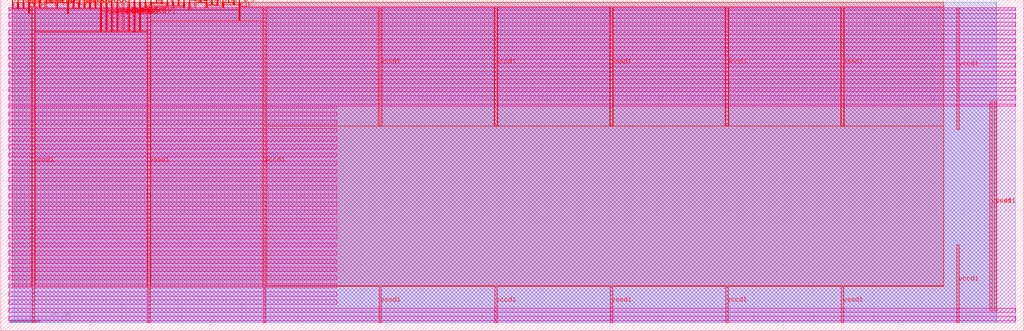
<source format=lef>
VERSION 5.7 ;
  NOWIREEXTENSIONATPIN ON ;
  DIVIDERCHAR "/" ;
  BUSBITCHARS "[]" ;
MACRO tt_um_urish_dffram
  CLASS BLOCK ;
  FOREIGN tt_um_urish_dffram ;
  ORIGIN 0.000 0.000 ;
  SIZE 679.880 BY 220.320 ;
  PIN clk
    DIRECTION INPUT ;
    USE SIGNAL ;
    PORT
      LAYER met4 ;
        RECT 158.550 206.850 158.850 220.320 ;
    END
  END clk
  PIN ena
    DIRECTION INPUT ;
    USE SIGNAL ;
    PORT
      LAYER met4 ;
        RECT 162.230 219.320 162.530 220.320 ;
    END
  END ena
  PIN rst_n
    DIRECTION INPUT ;
    USE SIGNAL ;
    PORT
      LAYER met4 ;
        RECT 154.870 217.420 155.170 220.320 ;
    END
  END rst_n
  PIN ui_in[0]
    DIRECTION INPUT ;
    USE SIGNAL ;
    PORT
      LAYER met4 ;
        RECT 151.190 218.780 151.490 220.320 ;
    END
  END ui_in[0]
  PIN ui_in[1]
    DIRECTION INPUT ;
    USE SIGNAL ;
    PORT
      LAYER met4 ;
        RECT 147.510 215.380 147.810 220.320 ;
    END
  END ui_in[1]
  PIN ui_in[2]
    DIRECTION INPUT ;
    USE SIGNAL ;
    PORT
      LAYER met4 ;
        RECT 143.830 216.740 144.130 220.320 ;
    END
  END ui_in[2]
  PIN ui_in[3]
    DIRECTION INPUT ;
    USE SIGNAL ;
    PORT
      LAYER met4 ;
        RECT 140.150 217.420 140.450 220.320 ;
    END
  END ui_in[3]
  PIN ui_in[4]
    DIRECTION INPUT ;
    USE SIGNAL ;
    PORT
      LAYER met4 ;
        RECT 136.470 215.380 136.770 220.320 ;
    END
  END ui_in[4]
  PIN ui_in[5]
    DIRECTION INPUT ;
    USE SIGNAL ;
    PORT
      LAYER met4 ;
        RECT 132.790 218.780 133.090 220.320 ;
    END
  END ui_in[5]
  PIN ui_in[6]
    DIRECTION INPUT ;
    USE SIGNAL ;
    PORT
      LAYER met4 ;
        RECT 129.110 215.380 129.410 220.320 ;
    END
  END ui_in[6]
  PIN ui_in[7]
    DIRECTION INPUT ;
    USE SIGNAL ;
    PORT
      LAYER met4 ;
        RECT 125.430 214.020 125.730 220.320 ;
    END
  END ui_in[7]
  PIN uio_in[0]
    DIRECTION INPUT ;
    USE SIGNAL ;
    PORT
      LAYER met4 ;
        RECT 121.750 215.380 122.050 220.320 ;
    END
  END uio_in[0]
  PIN uio_in[1]
    DIRECTION INPUT ;
    USE SIGNAL ;
    PORT
      LAYER met4 ;
        RECT 118.070 216.740 118.370 220.320 ;
    END
  END uio_in[1]
  PIN uio_in[2]
    DIRECTION INPUT ;
    USE SIGNAL ;
    PORT
      LAYER met4 ;
        RECT 114.390 216.740 114.690 220.320 ;
    END
  END uio_in[2]
  PIN uio_in[3]
    DIRECTION INPUT ;
    USE SIGNAL ;
    PORT
      LAYER met4 ;
        RECT 110.710 216.740 111.010 220.320 ;
    END
  END uio_in[3]
  PIN uio_in[4]
    DIRECTION INPUT ;
    USE SIGNAL ;
    PORT
      LAYER met4 ;
        RECT 107.030 218.100 107.330 220.320 ;
    END
  END uio_in[4]
  PIN uio_in[5]
    DIRECTION INPUT ;
    USE SIGNAL ;
    PORT
      LAYER met4 ;
        RECT 103.350 218.780 103.650 220.320 ;
    END
  END uio_in[5]
  PIN uio_in[6]
    DIRECTION INPUT ;
    USE SIGNAL ;
    PORT
      LAYER met4 ;
        RECT 99.670 216.740 99.970 220.320 ;
    END
  END uio_in[6]
  PIN uio_in[7]
    DIRECTION INPUT ;
    USE SIGNAL ;
    PORT
      LAYER met4 ;
        RECT 95.990 215.380 96.290 220.320 ;
    END
  END uio_in[7]
  PIN uio_oe[0]
    DIRECTION OUTPUT TRISTATE ;
    USE SIGNAL ;
    PORT
      LAYER met4 ;
        RECT 33.430 218.780 33.730 220.320 ;
    END
  END uio_oe[0]
  PIN uio_oe[1]
    DIRECTION OUTPUT TRISTATE ;
    USE SIGNAL ;
    PORT
      LAYER met4 ;
        RECT 29.750 214.700 30.050 220.320 ;
    END
  END uio_oe[1]
  PIN uio_oe[2]
    DIRECTION OUTPUT TRISTATE ;
    USE SIGNAL ;
    PORT
      LAYER met4 ;
        RECT 26.070 214.700 26.370 220.320 ;
    END
  END uio_oe[2]
  PIN uio_oe[3]
    DIRECTION OUTPUT TRISTATE ;
    USE SIGNAL ;
    PORT
      LAYER met4 ;
        RECT 22.390 216.060 22.690 220.320 ;
    END
  END uio_oe[3]
  PIN uio_oe[4]
    DIRECTION OUTPUT TRISTATE ;
    USE SIGNAL ;
    PORT
      LAYER met4 ;
        RECT 18.710 211.300 19.010 220.320 ;
    END
  END uio_oe[4]
  PIN uio_oe[5]
    DIRECTION OUTPUT TRISTATE ;
    USE SIGNAL ;
    PORT
      LAYER met4 ;
        RECT 15.030 214.700 15.330 220.320 ;
    END
  END uio_oe[5]
  PIN uio_oe[6]
    DIRECTION OUTPUT TRISTATE ;
    USE SIGNAL ;
    PORT
      LAYER met4 ;
        RECT 11.350 214.700 11.650 220.320 ;
    END
  END uio_oe[6]
  PIN uio_oe[7]
    DIRECTION OUTPUT TRISTATE ;
    USE SIGNAL ;
    PORT
      LAYER met4 ;
        RECT 7.670 214.700 7.970 220.320 ;
    END
  END uio_oe[7]
  PIN uio_out[0]
    DIRECTION OUTPUT TRISTATE ;
    USE SIGNAL ;
    PORT
      LAYER met4 ;
        RECT 62.870 214.700 63.170 220.320 ;
    END
  END uio_out[0]
  PIN uio_out[1]
    DIRECTION OUTPUT TRISTATE ;
    USE SIGNAL ;
    PORT
      LAYER met4 ;
        RECT 59.190 214.700 59.490 220.320 ;
    END
  END uio_out[1]
  PIN uio_out[2]
    DIRECTION OUTPUT TRISTATE ;
    USE SIGNAL ;
    PORT
      LAYER met4 ;
        RECT 55.510 214.700 55.810 220.320 ;
    END
  END uio_out[2]
  PIN uio_out[3]
    DIRECTION OUTPUT TRISTATE ;
    USE SIGNAL ;
    PORT
      LAYER met4 ;
        RECT 51.830 214.700 52.130 220.320 ;
    END
  END uio_out[3]
  PIN uio_out[4]
    DIRECTION OUTPUT TRISTATE ;
    USE SIGNAL ;
    PORT
      LAYER met4 ;
        RECT 48.150 214.700 48.450 220.320 ;
    END
  END uio_out[4]
  PIN uio_out[5]
    DIRECTION OUTPUT TRISTATE ;
    USE SIGNAL ;
    PORT
      LAYER met4 ;
        RECT 44.470 211.300 44.770 220.320 ;
    END
  END uio_out[5]
  PIN uio_out[6]
    DIRECTION OUTPUT TRISTATE ;
    USE SIGNAL ;
    PORT
      LAYER met4 ;
        RECT 40.790 218.780 41.090 220.320 ;
    END
  END uio_out[6]
  PIN uio_out[7]
    DIRECTION OUTPUT TRISTATE ;
    USE SIGNAL ;
    PORT
      LAYER met4 ;
        RECT 37.110 214.700 37.410 220.320 ;
    END
  END uio_out[7]
  PIN uo_out[0]
    DIRECTION OUTPUT TRISTATE ;
    USE SIGNAL ;
    PORT
      LAYER met4 ;
        RECT 92.310 199.740 92.610 220.320 ;
    END
  END uo_out[0]
  PIN uo_out[1]
    DIRECTION OUTPUT TRISTATE ;
    USE SIGNAL ;
    PORT
      LAYER met4 ;
        RECT 88.630 199.060 88.930 220.320 ;
    END
  END uo_out[1]
  PIN uo_out[2]
    DIRECTION OUTPUT TRISTATE ;
    USE SIGNAL ;
    PORT
      LAYER met4 ;
        RECT 84.950 199.740 85.250 220.320 ;
    END
  END uo_out[2]
  PIN uo_out[3]
    DIRECTION OUTPUT TRISTATE ;
    USE SIGNAL ;
    PORT
      LAYER met4 ;
        RECT 81.270 199.740 81.570 220.320 ;
    END
  END uo_out[3]
  PIN uo_out[4]
    DIRECTION OUTPUT TRISTATE ;
    USE SIGNAL ;
    PORT
      LAYER met4 ;
        RECT 77.590 199.740 77.890 220.320 ;
    END
  END uo_out[4]
  PIN uo_out[5]
    DIRECTION OUTPUT TRISTATE ;
    USE SIGNAL ;
    PORT
      LAYER met4 ;
        RECT 73.910 199.060 74.210 220.320 ;
    END
  END uo_out[5]
  PIN uo_out[6]
    DIRECTION OUTPUT TRISTATE ;
    USE SIGNAL ;
    PORT
      LAYER met4 ;
        RECT 70.230 199.740 70.530 220.320 ;
    END
  END uo_out[6]
  PIN uo_out[7]
    DIRECTION OUTPUT TRISTATE ;
    USE SIGNAL ;
    PORT
      LAYER met4 ;
        RECT 66.550 199.740 66.850 220.320 ;
    END
  END uo_out[7]
  PIN vccd1
    DIRECTION INOUT ;
    USE POWER ;
    PORT
      LAYER met4 ;
        RECT 21.040 5.200 22.640 215.120 ;
    END
    PORT
      LAYER met4 ;
        RECT 174.640 5.200 176.240 215.120 ;
    END
    PORT
      LAYER met4 ;
        RECT 328.240 5.200 329.840 29.380 ;
    END
    PORT
      LAYER met4 ;
        RECT 328.240 136.540 329.840 215.120 ;
    END
    PORT
      LAYER met4 ;
        RECT 481.840 5.200 483.440 29.380 ;
    END
    PORT
      LAYER met4 ;
        RECT 481.840 136.540 483.440 215.120 ;
    END
    PORT
      LAYER met4 ;
        RECT 635.440 5.200 637.040 56.995 ;
    END
    PORT
      LAYER met4 ;
        RECT 635.440 134.085 637.040 215.120 ;
    END
    PORT
      LAYER met4 ;
        RECT 657.460 13.360 659.060 152.560 ;
    END
  END vccd1
  PIN vssd1
    DIRECTION INOUT ;
    USE GROUND ;
    PORT
      LAYER met4 ;
        RECT 97.840 5.200 99.440 215.120 ;
    END
    PORT
      LAYER met4 ;
        RECT 251.440 5.200 253.040 29.380 ;
    END
    PORT
      LAYER met4 ;
        RECT 251.440 136.540 253.040 215.120 ;
    END
    PORT
      LAYER met4 ;
        RECT 405.040 5.200 406.640 29.380 ;
    END
    PORT
      LAYER met4 ;
        RECT 405.040 136.540 406.640 215.120 ;
    END
    PORT
      LAYER met4 ;
        RECT 558.640 5.200 560.240 29.380 ;
    END
    PORT
      LAYER met4 ;
        RECT 558.640 136.540 560.240 215.120 ;
    END
    PORT
      LAYER met4 ;
        RECT 660.220 13.360 661.820 152.560 ;
    END
  END vssd1
  OBS
      LAYER nwell ;
        RECT 5.330 213.465 674.550 215.070 ;
        RECT 5.330 208.025 674.550 210.855 ;
        RECT 5.330 202.585 674.550 205.415 ;
        RECT 5.330 197.145 674.550 199.975 ;
        RECT 5.330 191.705 674.550 194.535 ;
        RECT 5.330 186.265 674.550 189.095 ;
        RECT 5.330 180.825 674.550 183.655 ;
        RECT 5.330 175.385 674.550 178.215 ;
        RECT 5.330 169.945 674.550 172.775 ;
        RECT 5.330 164.505 674.550 167.335 ;
        RECT 5.330 159.065 674.550 161.895 ;
        RECT 5.330 153.625 674.550 156.455 ;
        RECT 5.330 149.410 674.550 151.015 ;
        RECT 5.330 148.185 223.290 149.410 ;
        RECT 5.330 142.745 223.290 145.575 ;
        RECT 5.330 137.305 223.290 140.135 ;
        RECT 5.330 131.865 223.290 134.695 ;
        RECT 5.330 126.425 223.290 129.255 ;
        RECT 5.330 120.985 223.290 123.815 ;
        RECT 5.330 115.545 223.290 118.375 ;
        RECT 5.330 110.105 223.290 112.935 ;
        RECT 5.330 104.665 223.290 107.495 ;
        RECT 5.330 99.225 223.290 102.055 ;
        RECT 5.330 93.785 223.290 96.615 ;
        RECT 5.330 88.345 223.290 91.175 ;
        RECT 5.330 82.905 223.290 85.735 ;
        RECT 5.330 77.465 223.290 80.295 ;
        RECT 5.330 72.025 223.290 74.855 ;
        RECT 5.330 66.585 223.290 69.415 ;
        RECT 5.330 61.145 223.290 63.975 ;
        RECT 5.330 55.705 223.290 58.535 ;
        RECT 5.330 50.265 223.290 53.095 ;
        RECT 5.330 44.825 223.290 47.655 ;
        RECT 5.330 39.385 223.290 42.215 ;
        RECT 5.330 33.945 223.290 36.775 ;
        RECT 5.330 28.505 223.290 31.335 ;
        RECT 5.330 23.065 223.290 25.895 ;
        RECT 5.330 17.625 223.290 20.455 ;
        RECT 5.330 12.185 674.550 15.015 ;
        RECT 5.330 6.745 674.550 9.575 ;
      LAYER li1 ;
        RECT 5.520 5.355 674.360 214.965 ;
      LAYER met1 ;
        RECT 5.520 5.200 674.360 215.120 ;
      LAYER met2 ;
        RECT 8.830 5.255 661.790 218.805 ;
      LAYER met3 ;
        RECT 7.630 5.275 661.810 218.785 ;
      LAYER met4 ;
        RECT 8.370 214.300 10.950 218.785 ;
        RECT 12.050 214.300 14.630 218.785 ;
        RECT 15.730 214.300 18.310 218.785 ;
        RECT 7.655 210.900 18.310 214.300 ;
        RECT 19.410 215.660 21.990 218.785 ;
        RECT 23.090 215.660 25.670 218.785 ;
        RECT 19.410 215.520 25.670 215.660 ;
        RECT 19.410 210.900 20.640 215.520 ;
        RECT 7.655 29.680 20.640 210.900 ;
        RECT 23.040 214.300 25.670 215.520 ;
        RECT 26.770 214.300 29.350 218.785 ;
        RECT 30.450 218.380 33.030 218.785 ;
        RECT 34.130 218.380 36.710 218.785 ;
        RECT 30.450 214.300 36.710 218.380 ;
        RECT 37.810 218.380 40.390 218.785 ;
        RECT 41.490 218.380 44.070 218.785 ;
        RECT 37.810 214.300 44.070 218.380 ;
        RECT 23.040 210.900 44.070 214.300 ;
        RECT 45.170 214.300 47.750 218.785 ;
        RECT 48.850 214.300 51.430 218.785 ;
        RECT 52.530 214.300 55.110 218.785 ;
        RECT 56.210 214.300 58.790 218.785 ;
        RECT 59.890 214.300 62.470 218.785 ;
        RECT 63.570 214.300 66.150 218.785 ;
        RECT 45.170 210.900 66.150 214.300 ;
        RECT 23.040 199.340 66.150 210.900 ;
        RECT 67.250 199.340 69.830 218.785 ;
        RECT 70.930 199.340 73.510 218.785 ;
        RECT 23.040 198.660 73.510 199.340 ;
        RECT 74.610 199.340 77.190 218.785 ;
        RECT 78.290 199.340 80.870 218.785 ;
        RECT 81.970 199.340 84.550 218.785 ;
        RECT 85.650 199.340 88.230 218.785 ;
        RECT 74.610 198.660 88.230 199.340 ;
        RECT 89.330 199.340 91.910 218.785 ;
        RECT 93.010 214.980 95.590 218.785 ;
        RECT 96.690 216.340 99.270 218.785 ;
        RECT 100.370 218.380 102.950 218.785 ;
        RECT 104.050 218.380 106.630 218.785 ;
        RECT 100.370 217.700 106.630 218.380 ;
        RECT 107.730 217.700 110.310 218.785 ;
        RECT 100.370 216.340 110.310 217.700 ;
        RECT 111.410 216.340 113.990 218.785 ;
        RECT 115.090 216.340 117.670 218.785 ;
        RECT 118.770 216.340 121.350 218.785 ;
        RECT 96.690 215.520 121.350 216.340 ;
        RECT 96.690 214.980 97.440 215.520 ;
        RECT 93.010 199.340 97.440 214.980 ;
        RECT 89.330 198.660 97.440 199.340 ;
        RECT 23.040 29.680 97.440 198.660 ;
        RECT 99.840 214.980 121.350 215.520 ;
        RECT 122.450 214.980 125.030 218.785 ;
        RECT 99.840 213.620 125.030 214.980 ;
        RECT 126.130 214.980 128.710 218.785 ;
        RECT 129.810 218.380 132.390 218.785 ;
        RECT 133.490 218.380 136.070 218.785 ;
        RECT 129.810 214.980 136.070 218.380 ;
        RECT 137.170 217.020 139.750 218.785 ;
        RECT 140.850 217.020 143.430 218.785 ;
        RECT 137.170 216.340 143.430 217.020 ;
        RECT 144.530 216.340 147.110 218.785 ;
        RECT 137.170 214.980 147.110 216.340 ;
        RECT 148.210 218.380 150.790 218.785 ;
        RECT 151.890 218.380 154.470 218.785 ;
        RECT 148.210 217.020 154.470 218.380 ;
        RECT 155.570 217.020 158.150 218.785 ;
        RECT 148.210 214.980 158.150 217.020 ;
        RECT 126.130 213.620 158.150 214.980 ;
        RECT 99.840 206.450 158.150 213.620 ;
        RECT 159.250 215.520 626.625 218.785 ;
        RECT 159.250 206.450 174.240 215.520 ;
        RECT 99.840 29.680 174.240 206.450 ;
        RECT 176.640 136.140 251.040 215.520 ;
        RECT 253.440 136.140 327.840 215.520 ;
        RECT 330.240 136.140 404.640 215.520 ;
        RECT 407.040 136.140 481.440 215.520 ;
        RECT 483.840 136.140 558.240 215.520 ;
        RECT 560.640 136.140 626.625 215.520 ;
        RECT 176.640 29.780 626.625 136.140 ;
        RECT 176.640 29.680 251.040 29.780 ;
        RECT 253.440 29.680 327.840 29.780 ;
        RECT 330.240 29.680 404.640 29.780 ;
        RECT 407.040 29.680 481.440 29.780 ;
        RECT 483.840 29.680 558.240 29.780 ;
        RECT 560.640 29.680 626.625 29.780 ;
  END
END tt_um_urish_dffram
END LIBRARY


</source>
